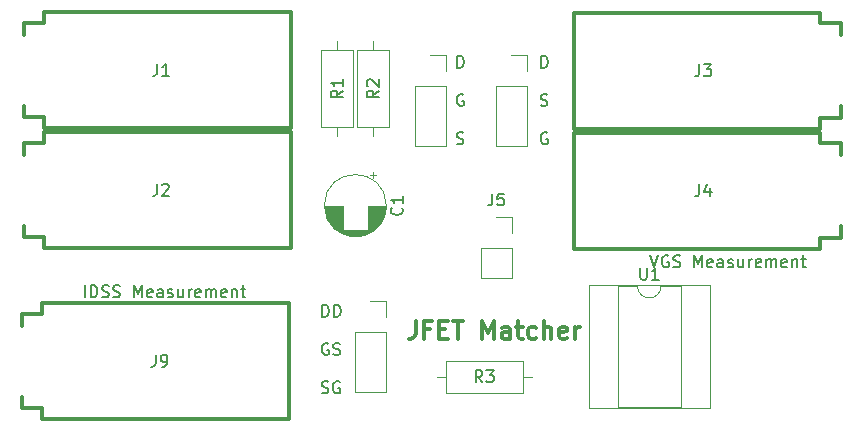
<source format=gto>
%TF.GenerationSoftware,KiCad,Pcbnew,7.0.2-0*%
%TF.CreationDate,2023-07-09T16:01:25+01:00*%
%TF.ProjectId,jfet-matcher,6a666574-2d6d-4617-9463-6865722e6b69,rev?*%
%TF.SameCoordinates,Original*%
%TF.FileFunction,Legend,Top*%
%TF.FilePolarity,Positive*%
%FSLAX46Y46*%
G04 Gerber Fmt 4.6, Leading zero omitted, Abs format (unit mm)*
G04 Created by KiCad (PCBNEW 7.0.2-0) date 2023-07-09 16:01:25*
%MOMM*%
%LPD*%
G01*
G04 APERTURE LIST*
%ADD10C,0.150000*%
%ADD11C,0.300000*%
%ADD12C,0.120000*%
G04 APERTURE END LIST*
D10*
X117586095Y-78363619D02*
X117586095Y-77363619D01*
X118062285Y-78363619D02*
X118062285Y-77363619D01*
X118062285Y-77363619D02*
X118300380Y-77363619D01*
X118300380Y-77363619D02*
X118443237Y-77411238D01*
X118443237Y-77411238D02*
X118538475Y-77506476D01*
X118538475Y-77506476D02*
X118586094Y-77601714D01*
X118586094Y-77601714D02*
X118633713Y-77792190D01*
X118633713Y-77792190D02*
X118633713Y-77935047D01*
X118633713Y-77935047D02*
X118586094Y-78125523D01*
X118586094Y-78125523D02*
X118538475Y-78220761D01*
X118538475Y-78220761D02*
X118443237Y-78316000D01*
X118443237Y-78316000D02*
X118300380Y-78363619D01*
X118300380Y-78363619D02*
X118062285Y-78363619D01*
X119014666Y-78316000D02*
X119157523Y-78363619D01*
X119157523Y-78363619D02*
X119395618Y-78363619D01*
X119395618Y-78363619D02*
X119490856Y-78316000D01*
X119490856Y-78316000D02*
X119538475Y-78268380D01*
X119538475Y-78268380D02*
X119586094Y-78173142D01*
X119586094Y-78173142D02*
X119586094Y-78077904D01*
X119586094Y-78077904D02*
X119538475Y-77982666D01*
X119538475Y-77982666D02*
X119490856Y-77935047D01*
X119490856Y-77935047D02*
X119395618Y-77887428D01*
X119395618Y-77887428D02*
X119205142Y-77839809D01*
X119205142Y-77839809D02*
X119109904Y-77792190D01*
X119109904Y-77792190D02*
X119062285Y-77744571D01*
X119062285Y-77744571D02*
X119014666Y-77649333D01*
X119014666Y-77649333D02*
X119014666Y-77554095D01*
X119014666Y-77554095D02*
X119062285Y-77458857D01*
X119062285Y-77458857D02*
X119109904Y-77411238D01*
X119109904Y-77411238D02*
X119205142Y-77363619D01*
X119205142Y-77363619D02*
X119443237Y-77363619D01*
X119443237Y-77363619D02*
X119586094Y-77411238D01*
X119967047Y-78316000D02*
X120109904Y-78363619D01*
X120109904Y-78363619D02*
X120347999Y-78363619D01*
X120347999Y-78363619D02*
X120443237Y-78316000D01*
X120443237Y-78316000D02*
X120490856Y-78268380D01*
X120490856Y-78268380D02*
X120538475Y-78173142D01*
X120538475Y-78173142D02*
X120538475Y-78077904D01*
X120538475Y-78077904D02*
X120490856Y-77982666D01*
X120490856Y-77982666D02*
X120443237Y-77935047D01*
X120443237Y-77935047D02*
X120347999Y-77887428D01*
X120347999Y-77887428D02*
X120157523Y-77839809D01*
X120157523Y-77839809D02*
X120062285Y-77792190D01*
X120062285Y-77792190D02*
X120014666Y-77744571D01*
X120014666Y-77744571D02*
X119967047Y-77649333D01*
X119967047Y-77649333D02*
X119967047Y-77554095D01*
X119967047Y-77554095D02*
X120014666Y-77458857D01*
X120014666Y-77458857D02*
X120062285Y-77411238D01*
X120062285Y-77411238D02*
X120157523Y-77363619D01*
X120157523Y-77363619D02*
X120395618Y-77363619D01*
X120395618Y-77363619D02*
X120538475Y-77411238D01*
X121728952Y-78363619D02*
X121728952Y-77363619D01*
X121728952Y-77363619D02*
X122062285Y-78077904D01*
X122062285Y-78077904D02*
X122395618Y-77363619D01*
X122395618Y-77363619D02*
X122395618Y-78363619D01*
X123252761Y-78316000D02*
X123157523Y-78363619D01*
X123157523Y-78363619D02*
X122967047Y-78363619D01*
X122967047Y-78363619D02*
X122871809Y-78316000D01*
X122871809Y-78316000D02*
X122824190Y-78220761D01*
X122824190Y-78220761D02*
X122824190Y-77839809D01*
X122824190Y-77839809D02*
X122871809Y-77744571D01*
X122871809Y-77744571D02*
X122967047Y-77696952D01*
X122967047Y-77696952D02*
X123157523Y-77696952D01*
X123157523Y-77696952D02*
X123252761Y-77744571D01*
X123252761Y-77744571D02*
X123300380Y-77839809D01*
X123300380Y-77839809D02*
X123300380Y-77935047D01*
X123300380Y-77935047D02*
X122824190Y-78030285D01*
X124157523Y-78363619D02*
X124157523Y-77839809D01*
X124157523Y-77839809D02*
X124109904Y-77744571D01*
X124109904Y-77744571D02*
X124014666Y-77696952D01*
X124014666Y-77696952D02*
X123824190Y-77696952D01*
X123824190Y-77696952D02*
X123728952Y-77744571D01*
X124157523Y-78316000D02*
X124062285Y-78363619D01*
X124062285Y-78363619D02*
X123824190Y-78363619D01*
X123824190Y-78363619D02*
X123728952Y-78316000D01*
X123728952Y-78316000D02*
X123681333Y-78220761D01*
X123681333Y-78220761D02*
X123681333Y-78125523D01*
X123681333Y-78125523D02*
X123728952Y-78030285D01*
X123728952Y-78030285D02*
X123824190Y-77982666D01*
X123824190Y-77982666D02*
X124062285Y-77982666D01*
X124062285Y-77982666D02*
X124157523Y-77935047D01*
X124586095Y-78316000D02*
X124681333Y-78363619D01*
X124681333Y-78363619D02*
X124871809Y-78363619D01*
X124871809Y-78363619D02*
X124967047Y-78316000D01*
X124967047Y-78316000D02*
X125014666Y-78220761D01*
X125014666Y-78220761D02*
X125014666Y-78173142D01*
X125014666Y-78173142D02*
X124967047Y-78077904D01*
X124967047Y-78077904D02*
X124871809Y-78030285D01*
X124871809Y-78030285D02*
X124728952Y-78030285D01*
X124728952Y-78030285D02*
X124633714Y-77982666D01*
X124633714Y-77982666D02*
X124586095Y-77887428D01*
X124586095Y-77887428D02*
X124586095Y-77839809D01*
X124586095Y-77839809D02*
X124633714Y-77744571D01*
X124633714Y-77744571D02*
X124728952Y-77696952D01*
X124728952Y-77696952D02*
X124871809Y-77696952D01*
X124871809Y-77696952D02*
X124967047Y-77744571D01*
X125871809Y-77696952D02*
X125871809Y-78363619D01*
X125443238Y-77696952D02*
X125443238Y-78220761D01*
X125443238Y-78220761D02*
X125490857Y-78316000D01*
X125490857Y-78316000D02*
X125586095Y-78363619D01*
X125586095Y-78363619D02*
X125728952Y-78363619D01*
X125728952Y-78363619D02*
X125824190Y-78316000D01*
X125824190Y-78316000D02*
X125871809Y-78268380D01*
X126348000Y-78363619D02*
X126348000Y-77696952D01*
X126348000Y-77887428D02*
X126395619Y-77792190D01*
X126395619Y-77792190D02*
X126443238Y-77744571D01*
X126443238Y-77744571D02*
X126538476Y-77696952D01*
X126538476Y-77696952D02*
X126633714Y-77696952D01*
X127348000Y-78316000D02*
X127252762Y-78363619D01*
X127252762Y-78363619D02*
X127062286Y-78363619D01*
X127062286Y-78363619D02*
X126967048Y-78316000D01*
X126967048Y-78316000D02*
X126919429Y-78220761D01*
X126919429Y-78220761D02*
X126919429Y-77839809D01*
X126919429Y-77839809D02*
X126967048Y-77744571D01*
X126967048Y-77744571D02*
X127062286Y-77696952D01*
X127062286Y-77696952D02*
X127252762Y-77696952D01*
X127252762Y-77696952D02*
X127348000Y-77744571D01*
X127348000Y-77744571D02*
X127395619Y-77839809D01*
X127395619Y-77839809D02*
X127395619Y-77935047D01*
X127395619Y-77935047D02*
X126919429Y-78030285D01*
X127824191Y-78363619D02*
X127824191Y-77696952D01*
X127824191Y-77792190D02*
X127871810Y-77744571D01*
X127871810Y-77744571D02*
X127967048Y-77696952D01*
X127967048Y-77696952D02*
X128109905Y-77696952D01*
X128109905Y-77696952D02*
X128205143Y-77744571D01*
X128205143Y-77744571D02*
X128252762Y-77839809D01*
X128252762Y-77839809D02*
X128252762Y-78363619D01*
X128252762Y-77839809D02*
X128300381Y-77744571D01*
X128300381Y-77744571D02*
X128395619Y-77696952D01*
X128395619Y-77696952D02*
X128538476Y-77696952D01*
X128538476Y-77696952D02*
X128633715Y-77744571D01*
X128633715Y-77744571D02*
X128681334Y-77839809D01*
X128681334Y-77839809D02*
X128681334Y-78363619D01*
X129538476Y-78316000D02*
X129443238Y-78363619D01*
X129443238Y-78363619D02*
X129252762Y-78363619D01*
X129252762Y-78363619D02*
X129157524Y-78316000D01*
X129157524Y-78316000D02*
X129109905Y-78220761D01*
X129109905Y-78220761D02*
X129109905Y-77839809D01*
X129109905Y-77839809D02*
X129157524Y-77744571D01*
X129157524Y-77744571D02*
X129252762Y-77696952D01*
X129252762Y-77696952D02*
X129443238Y-77696952D01*
X129443238Y-77696952D02*
X129538476Y-77744571D01*
X129538476Y-77744571D02*
X129586095Y-77839809D01*
X129586095Y-77839809D02*
X129586095Y-77935047D01*
X129586095Y-77935047D02*
X129109905Y-78030285D01*
X130014667Y-77696952D02*
X130014667Y-78363619D01*
X130014667Y-77792190D02*
X130062286Y-77744571D01*
X130062286Y-77744571D02*
X130157524Y-77696952D01*
X130157524Y-77696952D02*
X130300381Y-77696952D01*
X130300381Y-77696952D02*
X130395619Y-77744571D01*
X130395619Y-77744571D02*
X130443238Y-77839809D01*
X130443238Y-77839809D02*
X130443238Y-78363619D01*
X130776572Y-77696952D02*
X131157524Y-77696952D01*
X130919429Y-77363619D02*
X130919429Y-78220761D01*
X130919429Y-78220761D02*
X130967048Y-78316000D01*
X130967048Y-78316000D02*
X131062286Y-78363619D01*
X131062286Y-78363619D02*
X131157524Y-78363619D01*
D11*
X145565714Y-80358428D02*
X145565714Y-81429857D01*
X145565714Y-81429857D02*
X145494285Y-81644142D01*
X145494285Y-81644142D02*
X145351428Y-81787000D01*
X145351428Y-81787000D02*
X145137142Y-81858428D01*
X145137142Y-81858428D02*
X144994285Y-81858428D01*
X146779999Y-81072714D02*
X146279999Y-81072714D01*
X146279999Y-81858428D02*
X146279999Y-80358428D01*
X146279999Y-80358428D02*
X146994285Y-80358428D01*
X147565713Y-81072714D02*
X148065713Y-81072714D01*
X148279999Y-81858428D02*
X147565713Y-81858428D01*
X147565713Y-81858428D02*
X147565713Y-80358428D01*
X147565713Y-80358428D02*
X148279999Y-80358428D01*
X148708571Y-80358428D02*
X149565714Y-80358428D01*
X149137142Y-81858428D02*
X149137142Y-80358428D01*
X151208570Y-81858428D02*
X151208570Y-80358428D01*
X151208570Y-80358428D02*
X151708570Y-81429857D01*
X151708570Y-81429857D02*
X152208570Y-80358428D01*
X152208570Y-80358428D02*
X152208570Y-81858428D01*
X153565714Y-81858428D02*
X153565714Y-81072714D01*
X153565714Y-81072714D02*
X153494285Y-80929857D01*
X153494285Y-80929857D02*
X153351428Y-80858428D01*
X153351428Y-80858428D02*
X153065714Y-80858428D01*
X153065714Y-80858428D02*
X152922856Y-80929857D01*
X153565714Y-81787000D02*
X153422856Y-81858428D01*
X153422856Y-81858428D02*
X153065714Y-81858428D01*
X153065714Y-81858428D02*
X152922856Y-81787000D01*
X152922856Y-81787000D02*
X152851428Y-81644142D01*
X152851428Y-81644142D02*
X152851428Y-81501285D01*
X152851428Y-81501285D02*
X152922856Y-81358428D01*
X152922856Y-81358428D02*
X153065714Y-81287000D01*
X153065714Y-81287000D02*
X153422856Y-81287000D01*
X153422856Y-81287000D02*
X153565714Y-81215571D01*
X154065714Y-80858428D02*
X154637142Y-80858428D01*
X154279999Y-80358428D02*
X154279999Y-81644142D01*
X154279999Y-81644142D02*
X154351428Y-81787000D01*
X154351428Y-81787000D02*
X154494285Y-81858428D01*
X154494285Y-81858428D02*
X154637142Y-81858428D01*
X155780000Y-81787000D02*
X155637142Y-81858428D01*
X155637142Y-81858428D02*
X155351428Y-81858428D01*
X155351428Y-81858428D02*
X155208571Y-81787000D01*
X155208571Y-81787000D02*
X155137142Y-81715571D01*
X155137142Y-81715571D02*
X155065714Y-81572714D01*
X155065714Y-81572714D02*
X155065714Y-81144142D01*
X155065714Y-81144142D02*
X155137142Y-81001285D01*
X155137142Y-81001285D02*
X155208571Y-80929857D01*
X155208571Y-80929857D02*
X155351428Y-80858428D01*
X155351428Y-80858428D02*
X155637142Y-80858428D01*
X155637142Y-80858428D02*
X155780000Y-80929857D01*
X156422856Y-81858428D02*
X156422856Y-80358428D01*
X157065714Y-81858428D02*
X157065714Y-81072714D01*
X157065714Y-81072714D02*
X156994285Y-80929857D01*
X156994285Y-80929857D02*
X156851428Y-80858428D01*
X156851428Y-80858428D02*
X156637142Y-80858428D01*
X156637142Y-80858428D02*
X156494285Y-80929857D01*
X156494285Y-80929857D02*
X156422856Y-81001285D01*
X158351428Y-81787000D02*
X158208571Y-81858428D01*
X158208571Y-81858428D02*
X157922857Y-81858428D01*
X157922857Y-81858428D02*
X157779999Y-81787000D01*
X157779999Y-81787000D02*
X157708571Y-81644142D01*
X157708571Y-81644142D02*
X157708571Y-81072714D01*
X157708571Y-81072714D02*
X157779999Y-80929857D01*
X157779999Y-80929857D02*
X157922857Y-80858428D01*
X157922857Y-80858428D02*
X158208571Y-80858428D01*
X158208571Y-80858428D02*
X158351428Y-80929857D01*
X158351428Y-80929857D02*
X158422857Y-81072714D01*
X158422857Y-81072714D02*
X158422857Y-81215571D01*
X158422857Y-81215571D02*
X157708571Y-81358428D01*
X159065713Y-81858428D02*
X159065713Y-80858428D01*
X159065713Y-81144142D02*
X159137142Y-81001285D01*
X159137142Y-81001285D02*
X159208571Y-80929857D01*
X159208571Y-80929857D02*
X159351428Y-80858428D01*
X159351428Y-80858428D02*
X159494285Y-80858428D01*
D10*
X165449238Y-74823619D02*
X165782571Y-75823619D01*
X165782571Y-75823619D02*
X166115904Y-74823619D01*
X166973047Y-74871238D02*
X166877809Y-74823619D01*
X166877809Y-74823619D02*
X166734952Y-74823619D01*
X166734952Y-74823619D02*
X166592095Y-74871238D01*
X166592095Y-74871238D02*
X166496857Y-74966476D01*
X166496857Y-74966476D02*
X166449238Y-75061714D01*
X166449238Y-75061714D02*
X166401619Y-75252190D01*
X166401619Y-75252190D02*
X166401619Y-75395047D01*
X166401619Y-75395047D02*
X166449238Y-75585523D01*
X166449238Y-75585523D02*
X166496857Y-75680761D01*
X166496857Y-75680761D02*
X166592095Y-75776000D01*
X166592095Y-75776000D02*
X166734952Y-75823619D01*
X166734952Y-75823619D02*
X166830190Y-75823619D01*
X166830190Y-75823619D02*
X166973047Y-75776000D01*
X166973047Y-75776000D02*
X167020666Y-75728380D01*
X167020666Y-75728380D02*
X167020666Y-75395047D01*
X167020666Y-75395047D02*
X166830190Y-75395047D01*
X167401619Y-75776000D02*
X167544476Y-75823619D01*
X167544476Y-75823619D02*
X167782571Y-75823619D01*
X167782571Y-75823619D02*
X167877809Y-75776000D01*
X167877809Y-75776000D02*
X167925428Y-75728380D01*
X167925428Y-75728380D02*
X167973047Y-75633142D01*
X167973047Y-75633142D02*
X167973047Y-75537904D01*
X167973047Y-75537904D02*
X167925428Y-75442666D01*
X167925428Y-75442666D02*
X167877809Y-75395047D01*
X167877809Y-75395047D02*
X167782571Y-75347428D01*
X167782571Y-75347428D02*
X167592095Y-75299809D01*
X167592095Y-75299809D02*
X167496857Y-75252190D01*
X167496857Y-75252190D02*
X167449238Y-75204571D01*
X167449238Y-75204571D02*
X167401619Y-75109333D01*
X167401619Y-75109333D02*
X167401619Y-75014095D01*
X167401619Y-75014095D02*
X167449238Y-74918857D01*
X167449238Y-74918857D02*
X167496857Y-74871238D01*
X167496857Y-74871238D02*
X167592095Y-74823619D01*
X167592095Y-74823619D02*
X167830190Y-74823619D01*
X167830190Y-74823619D02*
X167973047Y-74871238D01*
X169163524Y-75823619D02*
X169163524Y-74823619D01*
X169163524Y-74823619D02*
X169496857Y-75537904D01*
X169496857Y-75537904D02*
X169830190Y-74823619D01*
X169830190Y-74823619D02*
X169830190Y-75823619D01*
X170687333Y-75776000D02*
X170592095Y-75823619D01*
X170592095Y-75823619D02*
X170401619Y-75823619D01*
X170401619Y-75823619D02*
X170306381Y-75776000D01*
X170306381Y-75776000D02*
X170258762Y-75680761D01*
X170258762Y-75680761D02*
X170258762Y-75299809D01*
X170258762Y-75299809D02*
X170306381Y-75204571D01*
X170306381Y-75204571D02*
X170401619Y-75156952D01*
X170401619Y-75156952D02*
X170592095Y-75156952D01*
X170592095Y-75156952D02*
X170687333Y-75204571D01*
X170687333Y-75204571D02*
X170734952Y-75299809D01*
X170734952Y-75299809D02*
X170734952Y-75395047D01*
X170734952Y-75395047D02*
X170258762Y-75490285D01*
X171592095Y-75823619D02*
X171592095Y-75299809D01*
X171592095Y-75299809D02*
X171544476Y-75204571D01*
X171544476Y-75204571D02*
X171449238Y-75156952D01*
X171449238Y-75156952D02*
X171258762Y-75156952D01*
X171258762Y-75156952D02*
X171163524Y-75204571D01*
X171592095Y-75776000D02*
X171496857Y-75823619D01*
X171496857Y-75823619D02*
X171258762Y-75823619D01*
X171258762Y-75823619D02*
X171163524Y-75776000D01*
X171163524Y-75776000D02*
X171115905Y-75680761D01*
X171115905Y-75680761D02*
X171115905Y-75585523D01*
X171115905Y-75585523D02*
X171163524Y-75490285D01*
X171163524Y-75490285D02*
X171258762Y-75442666D01*
X171258762Y-75442666D02*
X171496857Y-75442666D01*
X171496857Y-75442666D02*
X171592095Y-75395047D01*
X172020667Y-75776000D02*
X172115905Y-75823619D01*
X172115905Y-75823619D02*
X172306381Y-75823619D01*
X172306381Y-75823619D02*
X172401619Y-75776000D01*
X172401619Y-75776000D02*
X172449238Y-75680761D01*
X172449238Y-75680761D02*
X172449238Y-75633142D01*
X172449238Y-75633142D02*
X172401619Y-75537904D01*
X172401619Y-75537904D02*
X172306381Y-75490285D01*
X172306381Y-75490285D02*
X172163524Y-75490285D01*
X172163524Y-75490285D02*
X172068286Y-75442666D01*
X172068286Y-75442666D02*
X172020667Y-75347428D01*
X172020667Y-75347428D02*
X172020667Y-75299809D01*
X172020667Y-75299809D02*
X172068286Y-75204571D01*
X172068286Y-75204571D02*
X172163524Y-75156952D01*
X172163524Y-75156952D02*
X172306381Y-75156952D01*
X172306381Y-75156952D02*
X172401619Y-75204571D01*
X173306381Y-75156952D02*
X173306381Y-75823619D01*
X172877810Y-75156952D02*
X172877810Y-75680761D01*
X172877810Y-75680761D02*
X172925429Y-75776000D01*
X172925429Y-75776000D02*
X173020667Y-75823619D01*
X173020667Y-75823619D02*
X173163524Y-75823619D01*
X173163524Y-75823619D02*
X173258762Y-75776000D01*
X173258762Y-75776000D02*
X173306381Y-75728380D01*
X173782572Y-75823619D02*
X173782572Y-75156952D01*
X173782572Y-75347428D02*
X173830191Y-75252190D01*
X173830191Y-75252190D02*
X173877810Y-75204571D01*
X173877810Y-75204571D02*
X173973048Y-75156952D01*
X173973048Y-75156952D02*
X174068286Y-75156952D01*
X174782572Y-75776000D02*
X174687334Y-75823619D01*
X174687334Y-75823619D02*
X174496858Y-75823619D01*
X174496858Y-75823619D02*
X174401620Y-75776000D01*
X174401620Y-75776000D02*
X174354001Y-75680761D01*
X174354001Y-75680761D02*
X174354001Y-75299809D01*
X174354001Y-75299809D02*
X174401620Y-75204571D01*
X174401620Y-75204571D02*
X174496858Y-75156952D01*
X174496858Y-75156952D02*
X174687334Y-75156952D01*
X174687334Y-75156952D02*
X174782572Y-75204571D01*
X174782572Y-75204571D02*
X174830191Y-75299809D01*
X174830191Y-75299809D02*
X174830191Y-75395047D01*
X174830191Y-75395047D02*
X174354001Y-75490285D01*
X175258763Y-75823619D02*
X175258763Y-75156952D01*
X175258763Y-75252190D02*
X175306382Y-75204571D01*
X175306382Y-75204571D02*
X175401620Y-75156952D01*
X175401620Y-75156952D02*
X175544477Y-75156952D01*
X175544477Y-75156952D02*
X175639715Y-75204571D01*
X175639715Y-75204571D02*
X175687334Y-75299809D01*
X175687334Y-75299809D02*
X175687334Y-75823619D01*
X175687334Y-75299809D02*
X175734953Y-75204571D01*
X175734953Y-75204571D02*
X175830191Y-75156952D01*
X175830191Y-75156952D02*
X175973048Y-75156952D01*
X175973048Y-75156952D02*
X176068287Y-75204571D01*
X176068287Y-75204571D02*
X176115906Y-75299809D01*
X176115906Y-75299809D02*
X176115906Y-75823619D01*
X176973048Y-75776000D02*
X176877810Y-75823619D01*
X176877810Y-75823619D02*
X176687334Y-75823619D01*
X176687334Y-75823619D02*
X176592096Y-75776000D01*
X176592096Y-75776000D02*
X176544477Y-75680761D01*
X176544477Y-75680761D02*
X176544477Y-75299809D01*
X176544477Y-75299809D02*
X176592096Y-75204571D01*
X176592096Y-75204571D02*
X176687334Y-75156952D01*
X176687334Y-75156952D02*
X176877810Y-75156952D01*
X176877810Y-75156952D02*
X176973048Y-75204571D01*
X176973048Y-75204571D02*
X177020667Y-75299809D01*
X177020667Y-75299809D02*
X177020667Y-75395047D01*
X177020667Y-75395047D02*
X176544477Y-75490285D01*
X177449239Y-75156952D02*
X177449239Y-75823619D01*
X177449239Y-75252190D02*
X177496858Y-75204571D01*
X177496858Y-75204571D02*
X177592096Y-75156952D01*
X177592096Y-75156952D02*
X177734953Y-75156952D01*
X177734953Y-75156952D02*
X177830191Y-75204571D01*
X177830191Y-75204571D02*
X177877810Y-75299809D01*
X177877810Y-75299809D02*
X177877810Y-75823619D01*
X178211144Y-75156952D02*
X178592096Y-75156952D01*
X178354001Y-74823619D02*
X178354001Y-75680761D01*
X178354001Y-75680761D02*
X178401620Y-75776000D01*
X178401620Y-75776000D02*
X178496858Y-75823619D01*
X178496858Y-75823619D02*
X178592096Y-75823619D01*
X149082095Y-58929619D02*
X149082095Y-57929619D01*
X149082095Y-57929619D02*
X149320190Y-57929619D01*
X149320190Y-57929619D02*
X149463047Y-57977238D01*
X149463047Y-57977238D02*
X149558285Y-58072476D01*
X149558285Y-58072476D02*
X149605904Y-58167714D01*
X149605904Y-58167714D02*
X149653523Y-58358190D01*
X149653523Y-58358190D02*
X149653523Y-58501047D01*
X149653523Y-58501047D02*
X149605904Y-58691523D01*
X149605904Y-58691523D02*
X149558285Y-58786761D01*
X149558285Y-58786761D02*
X149463047Y-58882000D01*
X149463047Y-58882000D02*
X149320190Y-58929619D01*
X149320190Y-58929619D02*
X149082095Y-58929619D01*
X149605904Y-61217238D02*
X149510666Y-61169619D01*
X149510666Y-61169619D02*
X149367809Y-61169619D01*
X149367809Y-61169619D02*
X149224952Y-61217238D01*
X149224952Y-61217238D02*
X149129714Y-61312476D01*
X149129714Y-61312476D02*
X149082095Y-61407714D01*
X149082095Y-61407714D02*
X149034476Y-61598190D01*
X149034476Y-61598190D02*
X149034476Y-61741047D01*
X149034476Y-61741047D02*
X149082095Y-61931523D01*
X149082095Y-61931523D02*
X149129714Y-62026761D01*
X149129714Y-62026761D02*
X149224952Y-62122000D01*
X149224952Y-62122000D02*
X149367809Y-62169619D01*
X149367809Y-62169619D02*
X149463047Y-62169619D01*
X149463047Y-62169619D02*
X149605904Y-62122000D01*
X149605904Y-62122000D02*
X149653523Y-62074380D01*
X149653523Y-62074380D02*
X149653523Y-61741047D01*
X149653523Y-61741047D02*
X149463047Y-61741047D01*
X149034476Y-65362000D02*
X149177333Y-65409619D01*
X149177333Y-65409619D02*
X149415428Y-65409619D01*
X149415428Y-65409619D02*
X149510666Y-65362000D01*
X149510666Y-65362000D02*
X149558285Y-65314380D01*
X149558285Y-65314380D02*
X149605904Y-65219142D01*
X149605904Y-65219142D02*
X149605904Y-65123904D01*
X149605904Y-65123904D02*
X149558285Y-65028666D01*
X149558285Y-65028666D02*
X149510666Y-64981047D01*
X149510666Y-64981047D02*
X149415428Y-64933428D01*
X149415428Y-64933428D02*
X149224952Y-64885809D01*
X149224952Y-64885809D02*
X149129714Y-64838190D01*
X149129714Y-64838190D02*
X149082095Y-64790571D01*
X149082095Y-64790571D02*
X149034476Y-64695333D01*
X149034476Y-64695333D02*
X149034476Y-64600095D01*
X149034476Y-64600095D02*
X149082095Y-64504857D01*
X149082095Y-64504857D02*
X149129714Y-64457238D01*
X149129714Y-64457238D02*
X149224952Y-64409619D01*
X149224952Y-64409619D02*
X149463047Y-64409619D01*
X149463047Y-64409619D02*
X149605904Y-64457238D01*
X156194095Y-58929619D02*
X156194095Y-57929619D01*
X156194095Y-57929619D02*
X156432190Y-57929619D01*
X156432190Y-57929619D02*
X156575047Y-57977238D01*
X156575047Y-57977238D02*
X156670285Y-58072476D01*
X156670285Y-58072476D02*
X156717904Y-58167714D01*
X156717904Y-58167714D02*
X156765523Y-58358190D01*
X156765523Y-58358190D02*
X156765523Y-58501047D01*
X156765523Y-58501047D02*
X156717904Y-58691523D01*
X156717904Y-58691523D02*
X156670285Y-58786761D01*
X156670285Y-58786761D02*
X156575047Y-58882000D01*
X156575047Y-58882000D02*
X156432190Y-58929619D01*
X156432190Y-58929619D02*
X156194095Y-58929619D01*
X156146476Y-62122000D02*
X156289333Y-62169619D01*
X156289333Y-62169619D02*
X156527428Y-62169619D01*
X156527428Y-62169619D02*
X156622666Y-62122000D01*
X156622666Y-62122000D02*
X156670285Y-62074380D01*
X156670285Y-62074380D02*
X156717904Y-61979142D01*
X156717904Y-61979142D02*
X156717904Y-61883904D01*
X156717904Y-61883904D02*
X156670285Y-61788666D01*
X156670285Y-61788666D02*
X156622666Y-61741047D01*
X156622666Y-61741047D02*
X156527428Y-61693428D01*
X156527428Y-61693428D02*
X156336952Y-61645809D01*
X156336952Y-61645809D02*
X156241714Y-61598190D01*
X156241714Y-61598190D02*
X156194095Y-61550571D01*
X156194095Y-61550571D02*
X156146476Y-61455333D01*
X156146476Y-61455333D02*
X156146476Y-61360095D01*
X156146476Y-61360095D02*
X156194095Y-61264857D01*
X156194095Y-61264857D02*
X156241714Y-61217238D01*
X156241714Y-61217238D02*
X156336952Y-61169619D01*
X156336952Y-61169619D02*
X156575047Y-61169619D01*
X156575047Y-61169619D02*
X156717904Y-61217238D01*
X156717904Y-64457238D02*
X156622666Y-64409619D01*
X156622666Y-64409619D02*
X156479809Y-64409619D01*
X156479809Y-64409619D02*
X156336952Y-64457238D01*
X156336952Y-64457238D02*
X156241714Y-64552476D01*
X156241714Y-64552476D02*
X156194095Y-64647714D01*
X156194095Y-64647714D02*
X156146476Y-64838190D01*
X156146476Y-64838190D02*
X156146476Y-64981047D01*
X156146476Y-64981047D02*
X156194095Y-65171523D01*
X156194095Y-65171523D02*
X156241714Y-65266761D01*
X156241714Y-65266761D02*
X156336952Y-65362000D01*
X156336952Y-65362000D02*
X156479809Y-65409619D01*
X156479809Y-65409619D02*
X156575047Y-65409619D01*
X156575047Y-65409619D02*
X156717904Y-65362000D01*
X156717904Y-65362000D02*
X156765523Y-65314380D01*
X156765523Y-65314380D02*
X156765523Y-64981047D01*
X156765523Y-64981047D02*
X156575047Y-64981047D01*
X137652095Y-80011619D02*
X137652095Y-79011619D01*
X137652095Y-79011619D02*
X137890190Y-79011619D01*
X137890190Y-79011619D02*
X138033047Y-79059238D01*
X138033047Y-79059238D02*
X138128285Y-79154476D01*
X138128285Y-79154476D02*
X138175904Y-79249714D01*
X138175904Y-79249714D02*
X138223523Y-79440190D01*
X138223523Y-79440190D02*
X138223523Y-79583047D01*
X138223523Y-79583047D02*
X138175904Y-79773523D01*
X138175904Y-79773523D02*
X138128285Y-79868761D01*
X138128285Y-79868761D02*
X138033047Y-79964000D01*
X138033047Y-79964000D02*
X137890190Y-80011619D01*
X137890190Y-80011619D02*
X137652095Y-80011619D01*
X138652095Y-80011619D02*
X138652095Y-79011619D01*
X138652095Y-79011619D02*
X138890190Y-79011619D01*
X138890190Y-79011619D02*
X139033047Y-79059238D01*
X139033047Y-79059238D02*
X139128285Y-79154476D01*
X139128285Y-79154476D02*
X139175904Y-79249714D01*
X139175904Y-79249714D02*
X139223523Y-79440190D01*
X139223523Y-79440190D02*
X139223523Y-79583047D01*
X139223523Y-79583047D02*
X139175904Y-79773523D01*
X139175904Y-79773523D02*
X139128285Y-79868761D01*
X139128285Y-79868761D02*
X139033047Y-79964000D01*
X139033047Y-79964000D02*
X138890190Y-80011619D01*
X138890190Y-80011619D02*
X138652095Y-80011619D01*
X138175904Y-82299238D02*
X138080666Y-82251619D01*
X138080666Y-82251619D02*
X137937809Y-82251619D01*
X137937809Y-82251619D02*
X137794952Y-82299238D01*
X137794952Y-82299238D02*
X137699714Y-82394476D01*
X137699714Y-82394476D02*
X137652095Y-82489714D01*
X137652095Y-82489714D02*
X137604476Y-82680190D01*
X137604476Y-82680190D02*
X137604476Y-82823047D01*
X137604476Y-82823047D02*
X137652095Y-83013523D01*
X137652095Y-83013523D02*
X137699714Y-83108761D01*
X137699714Y-83108761D02*
X137794952Y-83204000D01*
X137794952Y-83204000D02*
X137937809Y-83251619D01*
X137937809Y-83251619D02*
X138033047Y-83251619D01*
X138033047Y-83251619D02*
X138175904Y-83204000D01*
X138175904Y-83204000D02*
X138223523Y-83156380D01*
X138223523Y-83156380D02*
X138223523Y-82823047D01*
X138223523Y-82823047D02*
X138033047Y-82823047D01*
X138604476Y-83204000D02*
X138747333Y-83251619D01*
X138747333Y-83251619D02*
X138985428Y-83251619D01*
X138985428Y-83251619D02*
X139080666Y-83204000D01*
X139080666Y-83204000D02*
X139128285Y-83156380D01*
X139128285Y-83156380D02*
X139175904Y-83061142D01*
X139175904Y-83061142D02*
X139175904Y-82965904D01*
X139175904Y-82965904D02*
X139128285Y-82870666D01*
X139128285Y-82870666D02*
X139080666Y-82823047D01*
X139080666Y-82823047D02*
X138985428Y-82775428D01*
X138985428Y-82775428D02*
X138794952Y-82727809D01*
X138794952Y-82727809D02*
X138699714Y-82680190D01*
X138699714Y-82680190D02*
X138652095Y-82632571D01*
X138652095Y-82632571D02*
X138604476Y-82537333D01*
X138604476Y-82537333D02*
X138604476Y-82442095D01*
X138604476Y-82442095D02*
X138652095Y-82346857D01*
X138652095Y-82346857D02*
X138699714Y-82299238D01*
X138699714Y-82299238D02*
X138794952Y-82251619D01*
X138794952Y-82251619D02*
X139033047Y-82251619D01*
X139033047Y-82251619D02*
X139175904Y-82299238D01*
X137604476Y-86444000D02*
X137747333Y-86491619D01*
X137747333Y-86491619D02*
X137985428Y-86491619D01*
X137985428Y-86491619D02*
X138080666Y-86444000D01*
X138080666Y-86444000D02*
X138128285Y-86396380D01*
X138128285Y-86396380D02*
X138175904Y-86301142D01*
X138175904Y-86301142D02*
X138175904Y-86205904D01*
X138175904Y-86205904D02*
X138128285Y-86110666D01*
X138128285Y-86110666D02*
X138080666Y-86063047D01*
X138080666Y-86063047D02*
X137985428Y-86015428D01*
X137985428Y-86015428D02*
X137794952Y-85967809D01*
X137794952Y-85967809D02*
X137699714Y-85920190D01*
X137699714Y-85920190D02*
X137652095Y-85872571D01*
X137652095Y-85872571D02*
X137604476Y-85777333D01*
X137604476Y-85777333D02*
X137604476Y-85682095D01*
X137604476Y-85682095D02*
X137652095Y-85586857D01*
X137652095Y-85586857D02*
X137699714Y-85539238D01*
X137699714Y-85539238D02*
X137794952Y-85491619D01*
X137794952Y-85491619D02*
X138033047Y-85491619D01*
X138033047Y-85491619D02*
X138175904Y-85539238D01*
X139128285Y-85539238D02*
X139033047Y-85491619D01*
X139033047Y-85491619D02*
X138890190Y-85491619D01*
X138890190Y-85491619D02*
X138747333Y-85539238D01*
X138747333Y-85539238D02*
X138652095Y-85634476D01*
X138652095Y-85634476D02*
X138604476Y-85729714D01*
X138604476Y-85729714D02*
X138556857Y-85920190D01*
X138556857Y-85920190D02*
X138556857Y-86063047D01*
X138556857Y-86063047D02*
X138604476Y-86253523D01*
X138604476Y-86253523D02*
X138652095Y-86348761D01*
X138652095Y-86348761D02*
X138747333Y-86444000D01*
X138747333Y-86444000D02*
X138890190Y-86491619D01*
X138890190Y-86491619D02*
X138985428Y-86491619D01*
X138985428Y-86491619D02*
X139128285Y-86444000D01*
X139128285Y-86444000D02*
X139175904Y-86396380D01*
X139175904Y-86396380D02*
X139175904Y-86063047D01*
X139175904Y-86063047D02*
X138985428Y-86063047D01*
%TO.C,J4*%
X169592666Y-68804619D02*
X169592666Y-69518904D01*
X169592666Y-69518904D02*
X169545047Y-69661761D01*
X169545047Y-69661761D02*
X169449809Y-69757000D01*
X169449809Y-69757000D02*
X169306952Y-69804619D01*
X169306952Y-69804619D02*
X169211714Y-69804619D01*
X170497428Y-69137952D02*
X170497428Y-69804619D01*
X170259333Y-68757000D02*
X170021238Y-69471285D01*
X170021238Y-69471285D02*
X170640285Y-69471285D01*
%TO.C,J3*%
X169592666Y-58644619D02*
X169592666Y-59358904D01*
X169592666Y-59358904D02*
X169545047Y-59501761D01*
X169545047Y-59501761D02*
X169449809Y-59597000D01*
X169449809Y-59597000D02*
X169306952Y-59644619D01*
X169306952Y-59644619D02*
X169211714Y-59644619D01*
X169973619Y-58644619D02*
X170592666Y-58644619D01*
X170592666Y-58644619D02*
X170259333Y-59025571D01*
X170259333Y-59025571D02*
X170402190Y-59025571D01*
X170402190Y-59025571D02*
X170497428Y-59073190D01*
X170497428Y-59073190D02*
X170545047Y-59120809D01*
X170545047Y-59120809D02*
X170592666Y-59216047D01*
X170592666Y-59216047D02*
X170592666Y-59454142D01*
X170592666Y-59454142D02*
X170545047Y-59549380D01*
X170545047Y-59549380D02*
X170497428Y-59597000D01*
X170497428Y-59597000D02*
X170402190Y-59644619D01*
X170402190Y-59644619D02*
X170116476Y-59644619D01*
X170116476Y-59644619D02*
X170021238Y-59597000D01*
X170021238Y-59597000D02*
X169973619Y-59549380D01*
%TO.C,R3*%
X151217333Y-85552619D02*
X150884000Y-85076428D01*
X150645905Y-85552619D02*
X150645905Y-84552619D01*
X150645905Y-84552619D02*
X151026857Y-84552619D01*
X151026857Y-84552619D02*
X151122095Y-84600238D01*
X151122095Y-84600238D02*
X151169714Y-84647857D01*
X151169714Y-84647857D02*
X151217333Y-84743095D01*
X151217333Y-84743095D02*
X151217333Y-84885952D01*
X151217333Y-84885952D02*
X151169714Y-84981190D01*
X151169714Y-84981190D02*
X151122095Y-85028809D01*
X151122095Y-85028809D02*
X151026857Y-85076428D01*
X151026857Y-85076428D02*
X150645905Y-85076428D01*
X151550667Y-84552619D02*
X152169714Y-84552619D01*
X152169714Y-84552619D02*
X151836381Y-84933571D01*
X151836381Y-84933571D02*
X151979238Y-84933571D01*
X151979238Y-84933571D02*
X152074476Y-84981190D01*
X152074476Y-84981190D02*
X152122095Y-85028809D01*
X152122095Y-85028809D02*
X152169714Y-85124047D01*
X152169714Y-85124047D02*
X152169714Y-85362142D01*
X152169714Y-85362142D02*
X152122095Y-85457380D01*
X152122095Y-85457380D02*
X152074476Y-85505000D01*
X152074476Y-85505000D02*
X151979238Y-85552619D01*
X151979238Y-85552619D02*
X151693524Y-85552619D01*
X151693524Y-85552619D02*
X151598286Y-85505000D01*
X151598286Y-85505000D02*
X151550667Y-85457380D01*
%TO.C,J5*%
X152066666Y-69590619D02*
X152066666Y-70304904D01*
X152066666Y-70304904D02*
X152019047Y-70447761D01*
X152019047Y-70447761D02*
X151923809Y-70543000D01*
X151923809Y-70543000D02*
X151780952Y-70590619D01*
X151780952Y-70590619D02*
X151685714Y-70590619D01*
X153019047Y-69590619D02*
X152542857Y-69590619D01*
X152542857Y-69590619D02*
X152495238Y-70066809D01*
X152495238Y-70066809D02*
X152542857Y-70019190D01*
X152542857Y-70019190D02*
X152638095Y-69971571D01*
X152638095Y-69971571D02*
X152876190Y-69971571D01*
X152876190Y-69971571D02*
X152971428Y-70019190D01*
X152971428Y-70019190D02*
X153019047Y-70066809D01*
X153019047Y-70066809D02*
X153066666Y-70162047D01*
X153066666Y-70162047D02*
X153066666Y-70400142D01*
X153066666Y-70400142D02*
X153019047Y-70495380D01*
X153019047Y-70495380D02*
X152971428Y-70543000D01*
X152971428Y-70543000D02*
X152876190Y-70590619D01*
X152876190Y-70590619D02*
X152638095Y-70590619D01*
X152638095Y-70590619D02*
X152542857Y-70543000D01*
X152542857Y-70543000D02*
X152495238Y-70495380D01*
%TO.C,J1*%
X123684666Y-58593619D02*
X123684666Y-59307904D01*
X123684666Y-59307904D02*
X123637047Y-59450761D01*
X123637047Y-59450761D02*
X123541809Y-59546000D01*
X123541809Y-59546000D02*
X123398952Y-59593619D01*
X123398952Y-59593619D02*
X123303714Y-59593619D01*
X124684666Y-59593619D02*
X124113238Y-59593619D01*
X124398952Y-59593619D02*
X124398952Y-58593619D01*
X124398952Y-58593619D02*
X124303714Y-58736476D01*
X124303714Y-58736476D02*
X124208476Y-58831714D01*
X124208476Y-58831714D02*
X124113238Y-58879333D01*
%TO.C,R1*%
X139400619Y-60872666D02*
X138924428Y-61205999D01*
X139400619Y-61444094D02*
X138400619Y-61444094D01*
X138400619Y-61444094D02*
X138400619Y-61063142D01*
X138400619Y-61063142D02*
X138448238Y-60967904D01*
X138448238Y-60967904D02*
X138495857Y-60920285D01*
X138495857Y-60920285D02*
X138591095Y-60872666D01*
X138591095Y-60872666D02*
X138733952Y-60872666D01*
X138733952Y-60872666D02*
X138829190Y-60920285D01*
X138829190Y-60920285D02*
X138876809Y-60967904D01*
X138876809Y-60967904D02*
X138924428Y-61063142D01*
X138924428Y-61063142D02*
X138924428Y-61444094D01*
X139400619Y-59920285D02*
X139400619Y-60491713D01*
X139400619Y-60205999D02*
X138400619Y-60205999D01*
X138400619Y-60205999D02*
X138543476Y-60301237D01*
X138543476Y-60301237D02*
X138638714Y-60396475D01*
X138638714Y-60396475D02*
X138686333Y-60491713D01*
%TO.C,J9*%
X123558666Y-83231619D02*
X123558666Y-83945904D01*
X123558666Y-83945904D02*
X123511047Y-84088761D01*
X123511047Y-84088761D02*
X123415809Y-84184000D01*
X123415809Y-84184000D02*
X123272952Y-84231619D01*
X123272952Y-84231619D02*
X123177714Y-84231619D01*
X124082476Y-84231619D02*
X124272952Y-84231619D01*
X124272952Y-84231619D02*
X124368190Y-84184000D01*
X124368190Y-84184000D02*
X124415809Y-84136380D01*
X124415809Y-84136380D02*
X124511047Y-83993523D01*
X124511047Y-83993523D02*
X124558666Y-83803047D01*
X124558666Y-83803047D02*
X124558666Y-83422095D01*
X124558666Y-83422095D02*
X124511047Y-83326857D01*
X124511047Y-83326857D02*
X124463428Y-83279238D01*
X124463428Y-83279238D02*
X124368190Y-83231619D01*
X124368190Y-83231619D02*
X124177714Y-83231619D01*
X124177714Y-83231619D02*
X124082476Y-83279238D01*
X124082476Y-83279238D02*
X124034857Y-83326857D01*
X124034857Y-83326857D02*
X123987238Y-83422095D01*
X123987238Y-83422095D02*
X123987238Y-83660190D01*
X123987238Y-83660190D02*
X124034857Y-83755428D01*
X124034857Y-83755428D02*
X124082476Y-83803047D01*
X124082476Y-83803047D02*
X124177714Y-83850666D01*
X124177714Y-83850666D02*
X124368190Y-83850666D01*
X124368190Y-83850666D02*
X124463428Y-83803047D01*
X124463428Y-83803047D02*
X124511047Y-83755428D01*
X124511047Y-83755428D02*
X124558666Y-83660190D01*
%TO.C,C1*%
X144385380Y-70778666D02*
X144433000Y-70826285D01*
X144433000Y-70826285D02*
X144480619Y-70969142D01*
X144480619Y-70969142D02*
X144480619Y-71064380D01*
X144480619Y-71064380D02*
X144433000Y-71207237D01*
X144433000Y-71207237D02*
X144337761Y-71302475D01*
X144337761Y-71302475D02*
X144242523Y-71350094D01*
X144242523Y-71350094D02*
X144052047Y-71397713D01*
X144052047Y-71397713D02*
X143909190Y-71397713D01*
X143909190Y-71397713D02*
X143718714Y-71350094D01*
X143718714Y-71350094D02*
X143623476Y-71302475D01*
X143623476Y-71302475D02*
X143528238Y-71207237D01*
X143528238Y-71207237D02*
X143480619Y-71064380D01*
X143480619Y-71064380D02*
X143480619Y-70969142D01*
X143480619Y-70969142D02*
X143528238Y-70826285D01*
X143528238Y-70826285D02*
X143575857Y-70778666D01*
X144480619Y-69826285D02*
X144480619Y-70397713D01*
X144480619Y-70111999D02*
X143480619Y-70111999D01*
X143480619Y-70111999D02*
X143623476Y-70207237D01*
X143623476Y-70207237D02*
X143718714Y-70302475D01*
X143718714Y-70302475D02*
X143766333Y-70397713D01*
%TO.C,J2*%
X123684666Y-68753619D02*
X123684666Y-69467904D01*
X123684666Y-69467904D02*
X123637047Y-69610761D01*
X123637047Y-69610761D02*
X123541809Y-69706000D01*
X123541809Y-69706000D02*
X123398952Y-69753619D01*
X123398952Y-69753619D02*
X123303714Y-69753619D01*
X124113238Y-68848857D02*
X124160857Y-68801238D01*
X124160857Y-68801238D02*
X124256095Y-68753619D01*
X124256095Y-68753619D02*
X124494190Y-68753619D01*
X124494190Y-68753619D02*
X124589428Y-68801238D01*
X124589428Y-68801238D02*
X124637047Y-68848857D01*
X124637047Y-68848857D02*
X124684666Y-68944095D01*
X124684666Y-68944095D02*
X124684666Y-69039333D01*
X124684666Y-69039333D02*
X124637047Y-69182190D01*
X124637047Y-69182190D02*
X124065619Y-69753619D01*
X124065619Y-69753619D02*
X124684666Y-69753619D01*
%TO.C,R2*%
X142448619Y-60872666D02*
X141972428Y-61205999D01*
X142448619Y-61444094D02*
X141448619Y-61444094D01*
X141448619Y-61444094D02*
X141448619Y-61063142D01*
X141448619Y-61063142D02*
X141496238Y-60967904D01*
X141496238Y-60967904D02*
X141543857Y-60920285D01*
X141543857Y-60920285D02*
X141639095Y-60872666D01*
X141639095Y-60872666D02*
X141781952Y-60872666D01*
X141781952Y-60872666D02*
X141877190Y-60920285D01*
X141877190Y-60920285D02*
X141924809Y-60967904D01*
X141924809Y-60967904D02*
X141972428Y-61063142D01*
X141972428Y-61063142D02*
X141972428Y-61444094D01*
X141543857Y-60491713D02*
X141496238Y-60444094D01*
X141496238Y-60444094D02*
X141448619Y-60348856D01*
X141448619Y-60348856D02*
X141448619Y-60110761D01*
X141448619Y-60110761D02*
X141496238Y-60015523D01*
X141496238Y-60015523D02*
X141543857Y-59967904D01*
X141543857Y-59967904D02*
X141639095Y-59920285D01*
X141639095Y-59920285D02*
X141734333Y-59920285D01*
X141734333Y-59920285D02*
X141877190Y-59967904D01*
X141877190Y-59967904D02*
X142448619Y-60539332D01*
X142448619Y-60539332D02*
X142448619Y-59920285D01*
%TO.C,U1*%
X164592095Y-75872619D02*
X164592095Y-76682142D01*
X164592095Y-76682142D02*
X164639714Y-76777380D01*
X164639714Y-76777380D02*
X164687333Y-76825000D01*
X164687333Y-76825000D02*
X164782571Y-76872619D01*
X164782571Y-76872619D02*
X164973047Y-76872619D01*
X164973047Y-76872619D02*
X165068285Y-76825000D01*
X165068285Y-76825000D02*
X165115904Y-76777380D01*
X165115904Y-76777380D02*
X165163523Y-76682142D01*
X165163523Y-76682142D02*
X165163523Y-75872619D01*
X166163523Y-76872619D02*
X165592095Y-76872619D01*
X165877809Y-76872619D02*
X165877809Y-75872619D01*
X165877809Y-75872619D02*
X165782571Y-76015476D01*
X165782571Y-76015476D02*
X165687333Y-76110714D01*
X165687333Y-76110714D02*
X165592095Y-76158333D01*
D11*
%TO.C,J4*%
X158946000Y-64442000D02*
X179846000Y-64442000D01*
X158946000Y-74242000D02*
X158946000Y-64442000D01*
X179846000Y-64442000D02*
X179846000Y-65342000D01*
X179846000Y-65342000D02*
X181546000Y-65342000D01*
X179846000Y-73342000D02*
X179846000Y-74242000D01*
X179846000Y-74242000D02*
X158946000Y-74242000D01*
X181546000Y-65342000D02*
X181546000Y-66342000D01*
X181546000Y-72342000D02*
X181546000Y-73342000D01*
X181546000Y-73342000D02*
X179846000Y-73342000D01*
%TO.C,J3*%
X158946000Y-54282000D02*
X179846000Y-54282000D01*
X158946000Y-64082000D02*
X158946000Y-54282000D01*
X179846000Y-54282000D02*
X179846000Y-55182000D01*
X179846000Y-55182000D02*
X181546000Y-55182000D01*
X179846000Y-63182000D02*
X179846000Y-64082000D01*
X179846000Y-64082000D02*
X158946000Y-64082000D01*
X181546000Y-55182000D02*
X181546000Y-56182000D01*
X181546000Y-62182000D02*
X181546000Y-63182000D01*
X181546000Y-63182000D02*
X179846000Y-63182000D01*
D12*
%TO.C,R3*%
X155424000Y-85090000D02*
X154654000Y-85090000D01*
X154654000Y-86460000D02*
X154654000Y-83720000D01*
X154654000Y-83720000D02*
X148114000Y-83720000D01*
X148114000Y-86460000D02*
X154654000Y-86460000D01*
X148114000Y-83720000D02*
X148114000Y-86460000D01*
X147344000Y-85090000D02*
X148114000Y-85090000D01*
%TO.C,J5*%
X151070000Y-74168000D02*
X151070000Y-76768000D01*
X151070000Y-74168000D02*
X153730000Y-74168000D01*
X151070000Y-76768000D02*
X153730000Y-76768000D01*
X152400000Y-71568000D02*
X153730000Y-71568000D01*
X153730000Y-71568000D02*
X153730000Y-72898000D01*
X153730000Y-74168000D02*
X153730000Y-76768000D01*
%TO.C,J8*%
X140402000Y-81280000D02*
X140402000Y-86420000D01*
X140402000Y-81280000D02*
X143062000Y-81280000D01*
X140402000Y-86420000D02*
X143062000Y-86420000D01*
X141732000Y-78680000D02*
X143062000Y-78680000D01*
X143062000Y-78680000D02*
X143062000Y-80010000D01*
X143062000Y-81280000D02*
X143062000Y-86420000D01*
%TO.C,J7*%
X145482000Y-60452000D02*
X145482000Y-65592000D01*
X145482000Y-60452000D02*
X148142000Y-60452000D01*
X145482000Y-65592000D02*
X148142000Y-65592000D01*
X146812000Y-57852000D02*
X148142000Y-57852000D01*
X148142000Y-57852000D02*
X148142000Y-59182000D01*
X148142000Y-60452000D02*
X148142000Y-65592000D01*
D11*
%TO.C,J1*%
X134998000Y-64031000D02*
X114098000Y-64031000D01*
X134998000Y-54231000D02*
X134998000Y-64031000D01*
X114098000Y-64031000D02*
X114098000Y-63131000D01*
X114098000Y-63131000D02*
X112398000Y-63131000D01*
X114098000Y-55131000D02*
X114098000Y-54231000D01*
X114098000Y-54231000D02*
X134998000Y-54231000D01*
X112398000Y-63131000D02*
X112398000Y-62131000D01*
X112398000Y-56131000D02*
X112398000Y-55131000D01*
X112398000Y-55131000D02*
X114098000Y-55131000D01*
D12*
%TO.C,R1*%
X138938000Y-64746000D02*
X138938000Y-63976000D01*
X137568000Y-63976000D02*
X140308000Y-63976000D01*
X140308000Y-63976000D02*
X140308000Y-57436000D01*
X137568000Y-57436000D02*
X137568000Y-63976000D01*
X140308000Y-57436000D02*
X137568000Y-57436000D01*
X138938000Y-56666000D02*
X138938000Y-57436000D01*
D11*
%TO.C,J9*%
X134872000Y-88669000D02*
X113972000Y-88669000D01*
X134872000Y-78869000D02*
X134872000Y-88669000D01*
X113972000Y-88669000D02*
X113972000Y-87769000D01*
X113972000Y-87769000D02*
X112272000Y-87769000D01*
X113972000Y-79769000D02*
X113972000Y-78869000D01*
X113972000Y-78869000D02*
X134872000Y-78869000D01*
X112272000Y-87769000D02*
X112272000Y-86769000D01*
X112272000Y-80769000D02*
X112272000Y-79769000D01*
X112272000Y-79769000D02*
X113972000Y-79769000D01*
D12*
%TO.C,C1*%
X141937000Y-67791225D02*
X141937000Y-68291225D01*
X142187000Y-68041225D02*
X141687000Y-68041225D01*
X143042000Y-70596000D02*
X141502000Y-70596000D01*
X139422000Y-70596000D02*
X137882000Y-70596000D01*
X143042000Y-70636000D02*
X141502000Y-70636000D01*
X139422000Y-70636000D02*
X137882000Y-70636000D01*
X143041000Y-70676000D02*
X141502000Y-70676000D01*
X139422000Y-70676000D02*
X137883000Y-70676000D01*
X143040000Y-70716000D02*
X141502000Y-70716000D01*
X139422000Y-70716000D02*
X137884000Y-70716000D01*
X143038000Y-70756000D02*
X141502000Y-70756000D01*
X139422000Y-70756000D02*
X137886000Y-70756000D01*
X143035000Y-70796000D02*
X141502000Y-70796000D01*
X139422000Y-70796000D02*
X137889000Y-70796000D01*
X143031000Y-70836000D02*
X141502000Y-70836000D01*
X139422000Y-70836000D02*
X137893000Y-70836000D01*
X143027000Y-70876000D02*
X141502000Y-70876000D01*
X139422000Y-70876000D02*
X137897000Y-70876000D01*
X143023000Y-70916000D02*
X141502000Y-70916000D01*
X139422000Y-70916000D02*
X137901000Y-70916000D01*
X143018000Y-70956000D02*
X141502000Y-70956000D01*
X139422000Y-70956000D02*
X137906000Y-70956000D01*
X143012000Y-70996000D02*
X141502000Y-70996000D01*
X139422000Y-70996000D02*
X137912000Y-70996000D01*
X143005000Y-71036000D02*
X141502000Y-71036000D01*
X139422000Y-71036000D02*
X137919000Y-71036000D01*
X142998000Y-71076000D02*
X141502000Y-71076000D01*
X139422000Y-71076000D02*
X137926000Y-71076000D01*
X142990000Y-71116000D02*
X141502000Y-71116000D01*
X139422000Y-71116000D02*
X137934000Y-71116000D01*
X142982000Y-71156000D02*
X141502000Y-71156000D01*
X139422000Y-71156000D02*
X137942000Y-71156000D01*
X142973000Y-71196000D02*
X141502000Y-71196000D01*
X139422000Y-71196000D02*
X137951000Y-71196000D01*
X142963000Y-71236000D02*
X141502000Y-71236000D01*
X139422000Y-71236000D02*
X137961000Y-71236000D01*
X142953000Y-71276000D02*
X141502000Y-71276000D01*
X139422000Y-71276000D02*
X137971000Y-71276000D01*
X142942000Y-71317000D02*
X141502000Y-71317000D01*
X139422000Y-71317000D02*
X137982000Y-71317000D01*
X142930000Y-71357000D02*
X141502000Y-71357000D01*
X139422000Y-71357000D02*
X137994000Y-71357000D01*
X142917000Y-71397000D02*
X141502000Y-71397000D01*
X139422000Y-71397000D02*
X138007000Y-71397000D01*
X142904000Y-71437000D02*
X141502000Y-71437000D01*
X139422000Y-71437000D02*
X138020000Y-71437000D01*
X142890000Y-71477000D02*
X141502000Y-71477000D01*
X139422000Y-71477000D02*
X138034000Y-71477000D01*
X142876000Y-71517000D02*
X141502000Y-71517000D01*
X139422000Y-71517000D02*
X138048000Y-71517000D01*
X142860000Y-71557000D02*
X141502000Y-71557000D01*
X139422000Y-71557000D02*
X138064000Y-71557000D01*
X142844000Y-71597000D02*
X141502000Y-71597000D01*
X139422000Y-71597000D02*
X138080000Y-71597000D01*
X142827000Y-71637000D02*
X141502000Y-71637000D01*
X139422000Y-71637000D02*
X138097000Y-71637000D01*
X142810000Y-71677000D02*
X141502000Y-71677000D01*
X139422000Y-71677000D02*
X138114000Y-71677000D01*
X142791000Y-71717000D02*
X141502000Y-71717000D01*
X139422000Y-71717000D02*
X138133000Y-71717000D01*
X142772000Y-71757000D02*
X141502000Y-71757000D01*
X139422000Y-71757000D02*
X138152000Y-71757000D01*
X142752000Y-71797000D02*
X141502000Y-71797000D01*
X139422000Y-71797000D02*
X138172000Y-71797000D01*
X142730000Y-71837000D02*
X141502000Y-71837000D01*
X139422000Y-71837000D02*
X138194000Y-71837000D01*
X142709000Y-71877000D02*
X141502000Y-71877000D01*
X139422000Y-71877000D02*
X138215000Y-71877000D01*
X142686000Y-71917000D02*
X141502000Y-71917000D01*
X139422000Y-71917000D02*
X138238000Y-71917000D01*
X142662000Y-71957000D02*
X141502000Y-71957000D01*
X139422000Y-71957000D02*
X138262000Y-71957000D01*
X142637000Y-71997000D02*
X141502000Y-71997000D01*
X139422000Y-71997000D02*
X138287000Y-71997000D01*
X142611000Y-72037000D02*
X141502000Y-72037000D01*
X139422000Y-72037000D02*
X138313000Y-72037000D01*
X142584000Y-72077000D02*
X141502000Y-72077000D01*
X139422000Y-72077000D02*
X138340000Y-72077000D01*
X142557000Y-72117000D02*
X141502000Y-72117000D01*
X139422000Y-72117000D02*
X138367000Y-72117000D01*
X142527000Y-72157000D02*
X141502000Y-72157000D01*
X139422000Y-72157000D02*
X138397000Y-72157000D01*
X142497000Y-72197000D02*
X141502000Y-72197000D01*
X139422000Y-72197000D02*
X138427000Y-72197000D01*
X142466000Y-72237000D02*
X141502000Y-72237000D01*
X139422000Y-72237000D02*
X138458000Y-72237000D01*
X142433000Y-72277000D02*
X141502000Y-72277000D01*
X139422000Y-72277000D02*
X138491000Y-72277000D01*
X142399000Y-72317000D02*
X141502000Y-72317000D01*
X139422000Y-72317000D02*
X138525000Y-72317000D01*
X142363000Y-72357000D02*
X141502000Y-72357000D01*
X139422000Y-72357000D02*
X138561000Y-72357000D01*
X142326000Y-72397000D02*
X141502000Y-72397000D01*
X139422000Y-72397000D02*
X138598000Y-72397000D01*
X142288000Y-72437000D02*
X141502000Y-72437000D01*
X139422000Y-72437000D02*
X138636000Y-72437000D01*
X142247000Y-72477000D02*
X141502000Y-72477000D01*
X139422000Y-72477000D02*
X138677000Y-72477000D01*
X142205000Y-72517000D02*
X141502000Y-72517000D01*
X139422000Y-72517000D02*
X138719000Y-72517000D01*
X142161000Y-72557000D02*
X141502000Y-72557000D01*
X139422000Y-72557000D02*
X138763000Y-72557000D01*
X142115000Y-72597000D02*
X141502000Y-72597000D01*
X139422000Y-72597000D02*
X138809000Y-72597000D01*
X142067000Y-72637000D02*
X138857000Y-72637000D01*
X142016000Y-72677000D02*
X138908000Y-72677000D01*
X141962000Y-72717000D02*
X138962000Y-72717000D01*
X141905000Y-72757000D02*
X139019000Y-72757000D01*
X141845000Y-72797000D02*
X139079000Y-72797000D01*
X141781000Y-72837000D02*
X139143000Y-72837000D01*
X141713000Y-72877000D02*
X139211000Y-72877000D01*
X141640000Y-72917000D02*
X139284000Y-72917000D01*
X141560000Y-72957000D02*
X139364000Y-72957000D01*
X141473000Y-72997000D02*
X139451000Y-72997000D01*
X141377000Y-73037000D02*
X139547000Y-73037000D01*
X141267000Y-73077000D02*
X139657000Y-73077000D01*
X141139000Y-73117000D02*
X139785000Y-73117000D01*
X140980000Y-73157000D02*
X139944000Y-73157000D01*
X140746000Y-73197000D02*
X140178000Y-73197000D01*
X143082000Y-70596000D02*
G75*
G03*
X143082000Y-70596000I-2620000J0D01*
G01*
D11*
%TO.C,J2*%
X134998000Y-74191000D02*
X114098000Y-74191000D01*
X134998000Y-64391000D02*
X134998000Y-74191000D01*
X114098000Y-74191000D02*
X114098000Y-73291000D01*
X114098000Y-73291000D02*
X112398000Y-73291000D01*
X114098000Y-65291000D02*
X114098000Y-64391000D01*
X114098000Y-64391000D02*
X134998000Y-64391000D01*
X112398000Y-73291000D02*
X112398000Y-72291000D01*
X112398000Y-66291000D02*
X112398000Y-65291000D01*
X112398000Y-65291000D02*
X114098000Y-65291000D01*
D12*
%TO.C,R2*%
X141986000Y-56666000D02*
X141986000Y-57436000D01*
X143356000Y-57436000D02*
X140616000Y-57436000D01*
X140616000Y-57436000D02*
X140616000Y-63976000D01*
X143356000Y-63976000D02*
X143356000Y-57436000D01*
X140616000Y-63976000D02*
X143356000Y-63976000D01*
X141986000Y-64746000D02*
X141986000Y-63976000D01*
%TO.C,U1*%
X160214000Y-77350000D02*
X160214000Y-87750000D01*
X160214000Y-87750000D02*
X170494000Y-87750000D01*
X162704000Y-77410000D02*
X162704000Y-87690000D01*
X162704000Y-87690000D02*
X168004000Y-87690000D01*
X164354000Y-77410000D02*
X162704000Y-77410000D01*
X168004000Y-77410000D02*
X166354000Y-77410000D01*
X168004000Y-87690000D02*
X168004000Y-77410000D01*
X170494000Y-77350000D02*
X160214000Y-77350000D01*
X170494000Y-87750000D02*
X170494000Y-77350000D01*
X164354000Y-77410000D02*
G75*
G03*
X166354000Y-77410000I1000000J0D01*
G01*
%TO.C,J6*%
X152340000Y-60452000D02*
X152340000Y-65592000D01*
X152340000Y-60452000D02*
X155000000Y-60452000D01*
X152340000Y-65592000D02*
X155000000Y-65592000D01*
X153670000Y-57852000D02*
X155000000Y-57852000D01*
X155000000Y-57852000D02*
X155000000Y-59182000D01*
X155000000Y-60452000D02*
X155000000Y-65592000D01*
%TD*%
M02*

</source>
